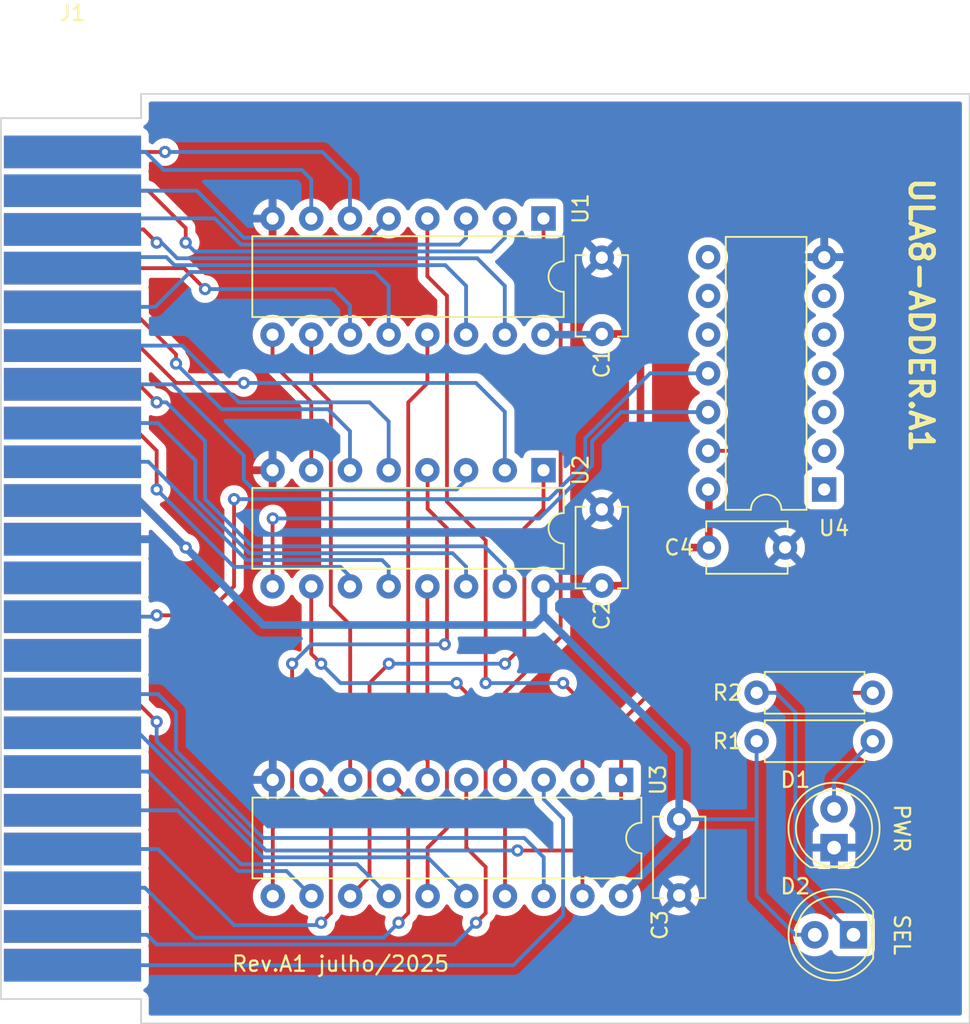
<source format=kicad_pcb>
(kicad_pcb (version 20211014) (generator pcbnew)
  (layers (0 "F.Cu" signal) (31 "B.Cu" signal) (34 "B.Paste" user) (35 "F.Paste" user) (36 "B.SilkS" user "B.Silkscreen") (37 "F.SilkS" user "F.Silkscreen") (38 "B.Mask" user) (39 "F.Mask" user) (44 "Edge.Cuts" user))
  (net 0 "")
  (net 1 "GND")
  (net 2 "+5V")
  (net 3 "lower_bus0")
  (net 4 "lower_bus1")
  (net 5 "lower_bus2")
  (net 6 "lower_bus3")
  (net 7 "lower_bus4")
  (net 8 "lower_bus5")
  (net 9 "lower_bus6")
  (net 10 "lower_bus7")
  (net 11 "upper_bus0")
  (net 12 "upper_bus1")
  (net 13 "upper_bus2")
  (net 14 "upper_bus3")
  (net 15 "upper_bus4")
  (net 16 "upper_bus5")
  (net 17 "upper_bus6")
  (net 18 "upper_bus7")
  (net 22 "carry_in")
  (net 23 "carry_out")
  (net 25 "ula_bus0")
  (net 26 "ula_bus1")
  (net 27 "ula_bus2")
  (net 28 "ula_bus3")
  (net 29 "ula_bus4")
  (net 30 "ula_bus5")
  (net 31 "ula_bus6")
  (net 32 "ula_bus7")
  (net 33 "Net-(U1-Pad1)")
  (net 34 "Net-(U1-Pad4)")
  (net 35 "Net-(U1-Pad9)")
  (net 36 "Net-(U1-Pad10)")
  (net 37 "Net-(U1-Pad13)")
  (net 38 "Net-(U2-Pad1)")
  (net 39 "Net-(U2-Pad4)")
  (net 40 "Net-(U2-Pad10)")
  (net 41 "Net-(U2-Pad13)")
  (net 42 "Net-(D1-Pad2)")
  (net 43 "Net-(D2-Pad1)")
  (net 53 "n_select")
  (net 54 "Net-(U2-Pad9)")
  (footprint "Resistor_THT:R_Axial_DIN0207_L6.3mm_D2.5mm_P7.62mm_Horizontal" (layer "F.Cu") (at 74.93 65.405)
    (fp_text reference "R2" (at -1.905 0) (layer "F.SilkS"))
    (fp_text value "1K")
    (fp_line (start 0.54 1.04) (end 0.54 1.37) (layer "F.SilkS") (width 0.12))
    (fp_line (start 7.08 1.37) (end 7.08 1.04) (layer "F.SilkS") (width 0.12))
    (fp_line (start 0.54 -1.37) (end 7.08 -1.37) (layer "F.SilkS") (width 0.12))
    (fp_line (start 0.54 1.37) (end 7.08 1.37) (layer "F.SilkS") (width 0.12))
    (fp_line (start 0.54 -1.04) (end 0.54 -1.37) (layer "F.SilkS") (width 0.12))
    (fp_line (start 7.08 -1.37) (end 7.08 -1.04) (layer "F.SilkS") (width 0.12))
    (pad "1" thru_hole circle (at 0 0) (size 1.6 1.6) (drill 0.8) (layers *.Cu *.Mask) (net 43 "Net-(D2-Pad1)"))
    (pad "2" thru_hole oval (at 7.62 0) (size 1.6 1.6) (drill 0.8) (layers *.Cu *.Mask) (net 53 "n_select"))
  )
  (footprint "Package_DIP:DIP-16_W7.62mm" (layer "F.Cu") (at 60.945 34.3 -90)
    (fp_text reference "U1" (at -0.645 -2.437 90) (layer "F.SilkS"))
    (fp_text value "74LS283")
    (fp_line (start 6.46 19.11) (end 6.46 -1.33) (layer "F.SilkS") (width 0.12))
    (fp_line (start 1.16 -1.33) (end 1.16 19.11) (layer "F.SilkS") (width 0.12))
    (fp_line (start 1.16 19.11) (end 6.46 19.11) (layer "F.SilkS") (width 0.12))
    (fp_line (start 6.46 -1.33) (end 4.81 -1.33) (layer "F.SilkS") (width 0.12))
    (fp_line (start 2.81 -1.33) (end 1.16 -1.33) (layer "F.SilkS") (width 0.12))
    (fp_arc (start 4.81 -1.33) (mid 3.81 -0.33) (end 2.81 -1.33) (layer "F.SilkS") (width 0.12))
    (pad "1" thru_hole rect (at 0 0 270) (size 1.6 1.6) (drill 0.8) (layers *.Cu *.Mask) (net 33 "Net-(U1-Pad1)"))
    (pad "2" thru_hole oval (at 0 2.54 270) (size 1.6 1.6) (drill 0.8) (layers *.Cu *.Mask) (net 4 "lower_bus1"))
    (pad "3" thru_hole oval (at 0 5.08 270) (size 1.6 1.6) (drill 0.8) (layers *.Cu *.Mask) (net 12 "upper_bus1"))
    (pad "4" thru_hole oval (at 0 7.62 270) (size 1.6 1.6) (drill 0.8) (layers *.Cu *.Mask) (net 34 "Net-(U1-Pad4)"))
    (pad "5" thru_hole oval (at 0 10.16 270) (size 1.6 1.6) (drill 0.8) (layers *.Cu *.Mask) (net 11 "upper_bus0"))
    (pad "6" thru_hole oval (at 0 12.7 270) (size 1.6 1.6) (drill 0.8) (layers *.Cu *.Mask) (net 3 "lower_bus0"))
    (pad "7" thru_hole oval (at 0 15.24 270) (size 1.6 1.6) (drill 0.8) (layers *.Cu *.Mask) (net 22 "carry_in"))
    (pad "8" thru_hole oval (at 0 17.78 270) (size 1.6 1.6) (drill 0.8) (layers *.Cu *.Mask) (net 1 "GND"))
    (pad "9" thru_hole oval (at 7.62 17.78 270) (size 1.6 1.6) (drill 0.8) (layers *.Cu *.Mask) (net 35 "Net-(U1-Pad9)"))
    (pad "10" thru_hole oval (at 7.62 15.24 270) (size 1.6 1.6) (drill 0.8) (layers *.Cu *.Mask) (net 36 "Net-(U1-Pad10)"))
    (pad "11" thru_hole oval (at 7.62 12.7 270) (size 1.6 1.6) (drill 0.8) (layers *.Cu *.Mask) (net 6 "lower_bus3"))
    (pad "12" thru_hole oval (at 7.62 10.16 270) (size 1.6 1.6) (drill 0.8) (layers *.Cu *.Mask) (net 14 "upper_bus3"))
    (pad "13" thru_hole oval (at 7.62 7.62 270) (size 1.6 1.6) (drill 0.8) (layers *.Cu *.Mask) (net 37 "Net-(U1-Pad13)"))
    (pad "14" thru_hole oval (at 7.62 5.08 270) (size 1.6 1.6) (drill 0.8) (layers *.Cu *.Mask) (net 13 "upper_bus2"))
    (pad "15" thru_hole oval (at 7.62 2.54 270) (size 1.6 1.6) (drill 0.8) (layers *.Cu *.Mask) (net 5 "lower_bus2"))
    (pad "16" thru_hole oval (at 7.62 0 270) (size 1.6 1.6) (drill 0.8) (layers *.Cu *.Mask) (net 2 "+5V"))
  )
  (footprint "LED_THT:LED_D5.0mm" (layer "F.Cu") (at 80.01 75.565 90)
    (fp_text reference "D1" (at 4.445 -2.54 180) (layer "F.SilkS"))
    (fp_text value "LED")
    (fp_line (start -1.29 -1.545) (end -1.29 1.545) (layer "F.SilkS") (width 0.12))
    (fp_arc (start 4.26 -0.000462) (mid 2.072002 2.880433) (end -1.29 1.54483) (layer "F.SilkS") (width 0.12))
    (fp_arc (start -1.29 -1.54483) (mid 2.072002 -2.880433) (end 4.26 0.000462) (layer "F.SilkS") (width 0.12))
    (fp_circle (center 1.27 0) (end 3.77 0) (layer "F.SilkS") (width 0.12) (fill none))
    (pad "1" thru_hole rect (at 0 0 90) (size 1.8 1.8) (drill 0.9) (layers *.Cu *.Mask) (net 1 "GND"))
    (pad "2" thru_hole circle (at 2.54 0 90) (size 1.8 1.8) (drill 0.9) (layers *.Cu *.Mask) (net 42 "Net-(D1-Pad2)"))
  )
  (footprint "Capacitor_THT:C_Disc_D5.1mm_W3.2mm_P5.00mm" (layer "F.Cu") (at 69.85 78.7 90)
    (fp_text reference "C3" (at -1.945 -1.27 90) (layer "F.SilkS"))
    (fp_text value "100nF")
    (fp_line (start -0.17 -1.721) (end 5.17 -1.721) (layer "F.SilkS") (width 0.12))
    (fp_line (start 5.17 1.055) (end 5.17 1.721) (layer "F.SilkS") (width 0.12))
    (fp_line (start -0.17 -1.721) (end -0.17 -1.055) (layer "F.SilkS") (width 0.12))
    (fp_line (start -0.17 1.721) (end 5.17 1.721) (layer "F.SilkS") (width 0.12))
    (fp_line (start 5.17 -1.721) (end 5.17 -1.055) (layer "F.SilkS") (width 0.12))
    (fp_line (start -0.17 1.055) (end -0.17 1.721) (layer "F.SilkS") (width 0.12))
    (pad "1" thru_hole circle (at 0 0 90) (size 1.6 1.6) (drill 0.8) (layers *.Cu *.Mask) (net 1 "GND"))
    (pad "2" thru_hole circle (at 5 0 90) (size 1.6 1.6) (drill 0.8) (layers *.Cu *.Mask) (net 2 "+5V"))
  )
  (footprint "Resistor_THT:R_Axial_DIN0207_L6.3mm_D2.5mm_P7.62mm_Horizontal" (layer "F.Cu") (at 74.93 68.58)
    (fp_text reference "R1" (at -1.905 0) (layer "F.SilkS"))
    (fp_text value "1K")
    (fp_line (start 0.54 -1.04) (end 0.54 -1.37) (layer "F.SilkS") (width 0.12))
    (fp_line (start 7.08 -1.37) (end 7.08 -1.04) (layer "F.SilkS") (width 0.12))
    (fp_line (start 0.54 -1.37) (end 7.08 -1.37) (layer "F.SilkS") (width 0.12))
    (fp_line (start 7.08 1.37) (end 7.08 1.04) (layer "F.SilkS") (width 0.12))
    (fp_line (start 0.54 1.04) (end 0.54 1.37) (layer "F.SilkS") (width 0.12))
    (fp_line (start 0.54 1.37) (end 7.08 1.37) (layer "F.SilkS") (width 0.12))
    (pad "1" thru_hole circle (at 0 0) (size 1.6 1.6) (drill 0.8) (layers *.Cu *.Mask) (net 2 "+5V"))
    (pad "2" thru_hole oval (at 7.62 0) (size 1.6 1.6) (drill 0.8) (layers *.Cu *.Mask) (net 42 "Net-(D1-Pad2)"))
  )
  (footprint "Package_DIP:DIP-16_W7.62mm" (layer "F.Cu") (at 60.945 50.81 -90)
    (fp_text reference "U2" (at -0.01 -2.437 90) (layer "F.SilkS"))
    (fp_text value "74LS283")
    (fp_line (start 1.16 -1.33) (end 1.16 19.11) (layer "F.SilkS") (width 0.12))
    (fp_line (start 1.16 19.11) (end 6.46 19.11) (layer "F.SilkS") (width 0.12))
    (fp_line (start 6.46 19.11) (end 6.46 -1.33) (layer "F.SilkS") (width 0.12))
    (fp_line (start 2.81 -1.33) (end 1.16 -1.33) (layer "F.SilkS") (width 0.12))
    (fp_line (start 6.46 -1.33) (end 4.81 -1.33) (layer "F.SilkS") (width 0.12))
    (fp_arc (start 4.81 -1.33) (mid 3.81 -0.33) (end 2.81 -1.33) (layer "F.SilkS") (width 0.12))
    (pad "1" thru_hole rect (at 0 0 270) (size 1.6 1.6) (drill 0.8) (layers *.Cu *.Mask) (net 38 "Net-(U2-Pad1)"))
    (pad "2" thru_hole oval (at 0 2.54 270) (size 1.6 1.6) (drill 0.8) (layers *.Cu *.Mask) (net 8 "lower_bus5"))
    (pad "3" thru_hole oval (at 0 5.08 270) (size 1.6 1.6) (drill 0.8) (layers *.Cu *.Mask) (net 16 "upper_bus5"))
    (pad "4" thru_hole oval (at 0 7.62 270) (size 1.6 1.6) (drill 0.8) (layers *.Cu *.Mask) (net 39 "Net-(U2-Pad4)"))
    (pad "5" thru_hole oval (at 0 10.16 270) (size 1.6 1.6) (drill 0.8) (layers *.Cu *.Mask) (net 15 "upper_bus4"))
    (pad "6" thru_hole oval (at 0 12.7 270) (size 1.6 1.6) (drill 0.8) (layers *.Cu *.Mask) (net 7 "lower_bus4"))
    (pad "7" thru_hole oval (at 0 15.24 270) (size 1.6 1.6) (drill 0.8) (layers *.Cu *.Mask) (net 35 "Net-(U1-Pad9)"))
    (pad "8" thru_hole oval (at 0 17.78 270) (size 1.6 1.6) (drill 0.8) (layers *.Cu *.Mask) (net 1 "GND"))
    (pad "9" thru_hole oval (at 7.62 17.78 270) (size 1.6 1.6) (drill 0.8) (layers *.Cu *.Mask) (net 54 "Net-(U2-Pad9)"))
    (pad "10" thru_hole oval (at 7.62 15.24 270) (size 1.6 1.6) (drill 0.8) (layers *.Cu *.Mask) (net 40 "Net-(U2-Pad10)"))
    (pad "11" thru_hole oval (at 7.62 12.7 270) (size 1.6 1.6) (drill 0.8) (layers *.Cu *.Mask) (net 10 "lower_bus7"))
    (pad "12" thru_hole oval (at 7.62 10.16 270) (size 1.6 1.6) (drill 0.8) (layers *.Cu *.Mask) (net 18 "upper_bus7"))
    (pad "13" thru_hole oval (at 7.62 7.62 270) (size 1.6 1.6) (drill 0.8) (layers *.Cu *.Mask) (net 41 "Net-(U2-Pad13)"))
    (pad "14" thru_hole oval (at 7.62 5.08 270) (size 1.6 1.6) (drill 0.8) (layers *.Cu *.Mask) (net 17 "upper_bus6"))
    (pad "15" thru_hole oval (at 7.62 2.54 270) (size 1.6 1.6) (drill 0.8) (layers *.Cu *.Mask) (net 9 "lower_bus6"))
    (pad "16" thru_hole oval (at 7.62 0 270) (size 1.6 1.6) (drill 0.8) (layers *.Cu *.Mask) (net 2 "+5V"))
  )
  (footprint "Package_DIP:DIP-14_W7.62mm" (layer "F.Cu") (at 79.365 52.075 180)
    (fp_text reference "U4" (at -0.645 -2.535) (layer "F.SilkS"))
    (fp_text value "74LS125")
    (fp_line (start 1.16 -1.33) (end 1.16 16.57) (layer "F.SilkS") (width 0.12))
    (fp_line (start 2.81 -1.33) (end 1.16 -1.33) (layer "F.SilkS") (width 0.12))
    (fp_line (start 6.46 16.57) (end 6.46 -1.33) (layer "F.SilkS") (width 0.12))
    (fp_line (start 6.46 -1.33) (end 4.81 -1.33) (layer "F.SilkS") (width 0.12))
    (fp_line (start 1.16 16.57) (end 6.46 16.57) (layer "F.SilkS") (width 0.12))
    (fp_arc (start 4.81 -1.33) (mid 3.81 -0.33) (end 2.81 -1.33) (layer "F.SilkS") (width 0.12))
    (pad "1" thru_hole rect (at 0 0 180) (size 1.6 1.6) (drill 0.8) (layers *.Cu *.Mask))
    (pad "2" thru_hole oval (at 0 2.54 180) (size 1.6 1.6) (drill 0.8) (layers *.Cu *.Mask))
    (pad "3" thru_hole oval (at 0 5.08 180) (size 1.6 1.6) (drill 0.8) (layers *.Cu *.Mask))
    (pad "4" thru_hole oval (at 0 7.62 180) (size 1.6 1.6) (drill 0.8) (layers *.Cu *.Mask))
    (pad "5" thru_hole oval (at 0 10.16 180) (size 1.6 1.6) (drill 0.8) (layers *.Cu *.Mask))
    (pad "6" thru_hole oval (at 0 12.7 180) (size 1.6 1.6) (drill 0.8) (layers *.Cu *.Mask))
    (pad "7" thru_hole oval (at 0 15.24 180) (size 1.6 1.6) (drill 0.8) (layers *.Cu *.Mask) (net 1 "GND"))
    (pad "8" thru_hole oval (at 7.62 15.24 180) (size 1.6 1.6) (drill 0.8) (layers *.Cu *.Mask))
    (pad "9" thru_hole oval (at 7.62 12.7 180) (size 1.6 1.6) (drill 0.8) (layers *.Cu *.Mask))
    (pad "10" thru_hole oval (at 7.62 10.16 180) (size 1.6 1.6) (drill 0.8) (layers *.Cu *.Mask))
    (pad "11" thru_hole oval (at 7.62 7.62 180) (size 1.6 1.6) (drill 0.8) (layers *.Cu *.Mask) (net 23 "carry_out"))
    (pad "12" thru_hole oval (at 7.62 5.08 180) (size 1.6 1.6) (drill 0.8) (layers *.Cu *.Mask) (net 54 "Net-(U2-Pad9)"))
    (pad "13" thru_hole oval (at 7.62 2.54 180) (size 1.6 1.6) (drill 0.8) (layers *.Cu *.Mask) (net 53 "n_select"))
    (pad "14" thru_hole oval (at 7.62 0 180) (size 1.6 1.6) (drill 0.8) (layers *.Cu *.Mask) (net 2 "+5V"))
  )
  (footprint "Capacitor_THT:C_Disc_D5.1mm_W3.2mm_P5.00mm" (layer "F.Cu") (at 64.77 36.87 -90)
    (fp_text reference "C1" (at 6.945 0 90) (layer "F.SilkS"))
    (fp_text value "100nF")
    (fp_line (start -0.17 1.055) (end -0.17 1.721) (layer "F.SilkS") (width 0.12))
    (fp_line (start -0.17 -1.721) (end -0.17 -1.055) (layer "F.SilkS") (width 0.12))
    (fp_line (start -0.17 -1.721) (end 5.17 -1.721) (layer "F.SilkS") (width 0.12))
    (fp_line (start 5.17 1.055) (end 5.17 1.721) (layer "F.SilkS") (width 0.12))
    (fp_line (start 5.17 -1.721) (end 5.17 -1.055) (layer "F.SilkS") (width 0.12))
    (fp_line (start -0.17 1.721) (end 5.17 1.721) (layer "F.SilkS") (width 0.12))
    (pad "1" thru_hole circle (at 0 0 270) (size 1.6 1.6) (drill 0.8) (layers *.Cu *.Mask) (net 1 "GND"))
    (pad "2" thru_hole circle (at 5 0 270) (size 1.6 1.6) (drill 0.8) (layers *.Cu *.Mask) (net 2 "+5V"))
  )
  (footprint "LED_THT:LED_D5.0mm" (layer "F.Cu") (at 81.285 81.28 180)
    (fp_text reference "D2" (at 3.815 3.175) (layer "F.SilkS"))
    (fp_text value "LED")
    (fp_line (start -1.29 -1.545) (end -1.29 1.545) (layer "F.SilkS") (width 0.12))
    (fp_arc (start 4.26 -0.000462) (mid 2.072002 2.880433) (end -1.29 1.54483) (layer "F.SilkS") (width 0.12))
    (fp_arc (start -1.29 -1.54483) (mid 2.072002 -2.880433) (end 4.26 0.000462) (layer "F.SilkS") (width 0.12))
    (fp_circle (center 1.27 0) (end 3.77 0) (layer "F.SilkS") (width 0.12) (fill none))
    (pad "1" thru_hole rect (at 0 0 180) (size 1.8 1.8) (drill 0.9) (layers *.Cu *.Mask) (net 43 "Net-(D2-Pad1)"))
    (pad "2" thru_hole circle (at 2.54 0 180) (size 1.8 1.8) (drill 0.9) (layers *.Cu *.Mask) (net 2 "+5V"))
  )
  (footprint "edge_connector:edge-connector-44" (layer "F.Cu") (at 30.039 29.935)
    (fp_text reference "J1" (at 0 -9.12 unlocked) (layer "F.SilkS"))
    (fp_text value "ula8a")
    (fp_line (start -4.699 -2.22) (end 4.5 -2.22) (layer "Edge.Cuts") (width 0.12))
    (fp_line (start -4.699 -2.22) (end -4.699 55.56) (layer "Edge.Cuts") (width 0.12))
    (fp_line (start 4.5 -2.22) (end 4.5 -3.81) (layer "Edge.Cuts") (width 0.12))
    (fp_line (start -4.699 55.56) (end 4.5 55.56) (layer "Edge.Cuts") (width 0.12))
    (fp_line (start 4.5 55.56) (end 4.5 57.15) (layer "Edge.Cuts") (width 0.12))
    (pad "1" connect rect (at 0 0) (size 9 2.14) (layers "F.Cu" "F.Mask") (net 3 "lower_bus0"))
    (pad "2" connect rect (at 0 2.54) (size 9 2.14) (layers "F.Cu" "F.Mask") (net 4 "lower_bus1"))
    (pad "3" connect rect (at 0 5.08) (size 9 2.14) (layers "F.Cu" "F.Mask") (net 5 "lower_bus2"))
    (pad "4" connect rect (at 0 7.62) (size 9 2.14) (layers "F.Cu" "F.Mask") (net 6 "lower_bus3"))
    (pad "5" connect rect (at 0 10.16) (size 9 2.14) (layers "F.Cu" "F.Mask") (net 7 "lower_bus4"))
    (pad "6" connect rect (at 0 12.7) (size 9 2.14) (layers "F.Cu" "F.Mask") (net 8 "lower_bus5"))
    (pad "7" connect rect (at 0 15.24) (size 9 2.14) (layers "F.Cu" "F.Mask") (net 9 "lower_bus6"))
    (pad "8" connect rect (at 0 17.78) (size 9 2.14) (layers "F.Cu" "F.Mask") (net 10 "lower_bus7"))
    (pad "9" connect rect (at 0 20.32) (size 9 2.14) (layers "F.Cu" "F.Mask"))
    (pad "10" connect rect (at 0 22.86) (size 9 2.14) (layers "F.Cu" "F.Mask") (net 2 "+5V"))
    (pad "11" connect rect (at 0 25.4) (size 9 2.14) (layers "F.Cu" "F.Mask") (net 1 "GND"))
    (pad "12" connect rect (at 0 27.94) (size 9 2.14) (layers "F.Cu" "F.Mask"))
    (pad "13" connect rect (at 0 30.48) (size 9 2.14) (layers "F.Cu" "F.Mask"))
    (pad "14" connect rect (at 0 33.02) (size 9 2.14) (layers "F.Cu" "F.Mask"))
    (pad "15" connect rect (at 0 35.56) (size 9 2.14) (layers "F.Cu" "F.Mask") (net 53 "n_select"))
    (pad "16" connect rect (at 0 38.1) (size 9 2.14) (layers "F.Cu" "F.Mask"))
    (pad "17" connect rect (at 0 40.64) (size 9 2.14) (layers "F.Cu" "F.Mask"))
    (pad "18" connect rect (at 0 43.18) (size 9 2.14) (layers "F.Cu" "F.Mask"))
    (pad "19" connect rect (at 0 45.72) (size 9 2.14) (layers "F.Cu" "F.Mask"))
    (pad "20" connect rect (at 0 48.26) (size 9 2.14) (layers "F.Cu" "F.Mask"))
    (pad "21" connect rect (at 0 50.8) (size 9 2.14) (layers "F.Cu" "F.Mask"))
    (pad "22" connect rect (at 0 53.34) (size 9 2.14) (layers "F.Cu" "F.Mask"))
    (pad "23" connect rect (at 0 0) (size 9 2.14) (layers "B.Cu" "F.Mask") (net 22 "carry_in"))
    (pad "24" connect rect (at 0 2.54) (size 9 2.14) (layers "B.Cu" "F.Mask") (net 11 "upper_bus0"))
    (pad "25" connect rect (at 0 5.08) (size 9 2.14) (layers "B.Cu" "F.Mask") (net 12 "upper_bus1"))
    (pad "26" connect rect (at 0 7.62) (size 9 2.14) (layers "B.Cu" "F.Mask") (net 13 "upper_bus2"))
    (pad "27" connect rect (at 0 10.16) (size 9 2.14) (layers "B.Cu" "F.Mask") (net 14 "upper_bus3"))
    (pad "28" connect rect (at 0 12.7) (size 9 2.14) (layers "B.Cu" "F.Mask") (net 15 "upper_bus4"))
    (pad "29" connect rect (at 0 15.24) (size 9 2.14) (layers "B.Cu" "F.Mask") (net 16 "upper_bus5"))
    (pad "30" connect rect (at 0 17.78) (size 9 2.14) (layers "B.Cu" "F.Mask") (net 17 "upper_bus6"))
    (pad "31" connect rect (at 0 20.32) (size 9 2.14) (layers "B.Cu" "F.Mask") (net 18 "upper_bus7"))
    (pad "32" connect rect (at 0 22.86) (size 9 2.14) (layers "B.Cu" "F.Mask") (net 2 "+5V"))
    (pad "33" connect rect (at 0 25.4) (size 9 2.14) (layers "B.Cu" "F.Mask") (net 1 "GND"))
    (pad "34" connect rect (at 0 27.94) (size 9 2.14) (layers "B.Cu" "F.Mask"))
    (pad "35" connect rect (at 0 30.48) (size 9 2.14) (layers "B.Cu" "F.Mask") (net 23 "carry_out"))
    (pad "36" connect rect (at 0 33.02) (size 9 2.14) (layers "B.Cu" "F.Mask"))
    (pad "37" connect rect (at 0 35.56) (size 9 2.14) (layers "B.Cu" "F.Mask") (net 25 "ula_bus0"))
    (pad "38" connect rect (at 0 38.1) (size 9 2.14) (layers "B.Cu" "F.Mask") (net 26 "ula_bus1"))
    (pad "39" connect rect (at 0 40.64) (size 9 2.14) (layers "B.Cu" "F.Mask") (net 27 "ula_bus2"))
    (pad "40" connect rect (at 0 43.18) (size 9 2.14) (layers "B.Cu" "F.Mask") (net 28 "ula_bus3"))
    (pad "41" connect rect (at 0 45.72) (size 9 2.14) (layers "B.Cu" "F.Mask") (net 29 "ula_bus4"))
    (pad "42" connect rect (at 0 48.26) (size 9 2.14) (layers "B.Cu" "F.Mask") (net 30 "ula_bus5"))
    (pad "43" connect rect (at 0 50.8) (size 9 2.14) (layers "B.Cu" "F.Mask") (net 31 "ula_bus6"))
    (pad "44" connect rect (at 0 53.34) (size 9 2.14) (layers "B.Cu" "F.Mask") (net 32 "ula_bus7"))
  )
  (footprint "Package_DIP:DIP-20_W7.62mm" (layer "F.Cu") (at 66.04 71.12 -90)
    (fp_text reference "U3" (at 0 -2.422 90) (layer "F.SilkS"))
    (fp_text value "74LS244")
    (fp_line (start 1.16 -1.33) (end 1.16 24.19) (layer "F.SilkS") (width 0.12))
    (fp_line (start 1.16 24.19) (end 6.46 24.19) (layer "F.SilkS") (width 0.12))
    (fp_line (start 6.46 -1.33) (end 4.81 -1.33) (layer "F.SilkS") (width 0.12))
    (fp_line (start 2.81 -1.33) (end 1.16 -1.33) (layer "F.SilkS") (width 0.12))
    (fp_line (start 6.46 24.19) (end 6.46 -1.33) (layer "F.SilkS") (width 0.12))
    (fp_arc (start 4.81 -1.33) (mid 3.81 -0.33) (end 2.81 -1.33) (layer "F.SilkS") (width 0.12))
    (pad "1" thru_hole rect (at 0 0 270) (size 1.6 1.6) (drill 0.8) (layers *.Cu *.Mask) (net 53 "n_select"))
    (pad "2" thru_hole oval (at 0 2.54 270) (size 1.6 1.6) (drill 0.8) (layers *.Cu *.Mask) (net 34 "Net-(U1-Pad4)"))
    (pad "3" thru_hole oval (at 0 5.08 270) (size 1.6 1.6) (drill 0.8) (layers *.Cu *.Mask) (net 32 "ula_bus7"))
    (pad "4" thru_hole oval (at 0 7.62 270) (size 1.6 1.6) (drill 0.8) (layers *.Cu *.Mask) (net 33 "Net-(U1-Pad1)"))
    (pad "5" thru_hole oval (at 0 10.16 270) (size 1.6 1.6) (drill 0.8) (layers *.Cu *.Mask) (net 31 "ula_bus6"))
    (pad "6" thru_hole oval (at 0 12.7 270) (size 1.6 1.6) (drill 0.8) (layers *.Cu *.Mask) (net 37 "Net-(U1-Pad13)"))
    (pad "7" thru_hole oval (at 0 15.24 270) (size 1.6 1.6) (drill 0.8) (layers *.Cu *.Mask) (net 30 "ula_bus5"))
    (pad "8" thru_hole oval (at 0 17.78 270) (size 1.6 1.6) (drill 0.8) (layers *.Cu *.Mask) (net 36 "Net-(U1-Pad10)"))
    (pad "9" thru_hole oval (at 0 20.32 270) (size 1.6 1.6) (drill 0.8) (layers *.Cu *.Mask) (net 29 "ula_bus4"))
    (pad "10" thru_hole oval (at 0 22.86 270) (size 1.6 1.6) (drill 0.8) (layers *.Cu *.Mask) (net 1 "GND"))
    (pad "11" thru_hole oval (at 7.62 22.86 270) (size 1.6 1.6) (drill 0.8) (layers *.Cu *.Mask) (net 39 "Net-(U2-Pad4)"))
    (pad "12" thru_hole oval (at 7.62 20.32 270) (size 1.6 1.6) (drill 0.8) (layers *.Cu *.Mask) (net 28 "ula_bus3"))
    (pad "13" thru_hole oval (at 7.62 17.78 270) (size 1.6 1.6) (drill 0.8) (layers *.Cu *.Mask) (net 38 "Net-(U2-Pad1)"))
    (pad "14" thru_hole oval (at 7.62 15.24 270) (size 1.6 1.6) (drill 0.8) (layers *.Cu *.Mask) (net 27 "ula_bus2"))
    (pad "15" thru_hole oval (at 7.62 12.7 270) (size 1.6 1.6) (drill 0.8) (layers *.Cu *.Mask) (net 41 "Net-(U2-Pad13)"))
    (pad "16" thru_hole oval (at 7.62 10.16 270) (size 1.6 1.6) (drill 0.8) (layers *.Cu *.Mask) (net 26 "ula_bus1"))
    (pad "17" thru_hole oval (at 7.62 7.62 270) (size 1.6 1.6) (drill 0.8) (layers *.Cu *.Mask) (net 40 "Net-(U2-Pad10)"))
    (pad "18" thru_hole oval (at 7.62 5.08 270) (size 1.6 1.6) (drill 0.8) (layers *.Cu *.Mask) (net 25 "ula_bus0"))
    (pad "19" thru_hole oval (at 7.62 2.54 270) (size 1.6 1.6) (drill 0.8) (layers *.Cu *.Mask) (net 53 "n_select"))
    (pad "20" thru_hole oval (at 7.62 0 270) (size 1.6 1.6) (drill 0.8) (layers *.Cu *.Mask) (net 2 "+5V"))
  )
  (footprint "Capacitor_THT:C_Disc_D5.1mm_W3.2mm_P5.00mm" (layer "F.Cu") (at 64.77 53.38 -90)
    (fp_text reference "C2" (at 6.945 0 90) (layer "F.SilkS"))
    (fp_text value "100nF")
    (fp_line (start -0.17 -1.721) (end -0.17 -1.055) (layer "F.SilkS") (width 0.12))
    (fp_line (start -0.17 1.055) (end -0.17 1.721) (layer "F.SilkS") (width 0.12))
    (fp_line (start 5.17 1.055) (end 5.17 1.721) (layer "F.SilkS") (width 0.12))
    (fp_line (start -0.17 -1.721) (end 5.17 -1.721) (layer "F.SilkS") (width 0.12))
    (fp_line (start -0.17 1.721) (end 5.17 1.721) (layer "F.SilkS") (width 0.12))
    (fp_line (start 5.17 -1.721) (end 5.17 -1.055) (layer "F.SilkS") (width 0.12))
    (pad "1" thru_hole circle (at 0 0 270) (size 1.6 1.6) (drill 0.8) (layers *.Cu *.Mask) (net 1 "GND"))
    (pad "2" thru_hole circle (at 5 0 270) (size 1.6 1.6) (drill 0.8) (layers *.Cu *.Mask) (net 2 "+5V"))
  )
  (footprint "Capacitor_THT:C_Disc_D5.1mm_W3.2mm_P5.00mm" (layer "F.Cu") (at 71.795 55.88)
    (fp_text reference "C4" (at -1.945 0) (layer "F.SilkS"))
    (fp_text value "100nF")
    (fp_line (start -0.17 -1.721) (end 5.17 -1.721) (layer "F.SilkS") (width 0.12))
    (fp_line (start -0.17 -1.721) (end -0.17 -1.055) (layer "F.SilkS") (width 0.12))
    (fp_line (start 5.17 1.055) (end 5.17 1.721) (layer "F.SilkS") (width 0.12))
    (fp_line (start 5.17 -1.721) (end 5.17 -1.055) (layer "F.SilkS") (width 0.12))
    (fp_line (start -0.17 1.721) (end 5.17 1.721) (layer "F.SilkS") (width 0.12))
    (fp_line (start -0.17 1.055) (end -0.17 1.721) (layer "F.SilkS") (width 0.12))
    (pad "1" thru_hole circle (at 0 0) (size 1.6 1.6) (drill 0.8) (layers *.Cu *.Mask) (net 2 "+5V"))
    (pad "2" thru_hole circle (at 5 0) (size 1.6 1.6) (drill 0.8) (layers *.Cu *.Mask) (net 1 "GND"))
  )
  (gr_line (start 88.9 87.085) (end 88.9 26.125) (layer "Edge.Cuts") (width 0.1))
  (gr_line (start 88.9 26.125) (end 34.539 26.125) (layer "Edge.Cuts") (width 0.1))
  (gr_line (start 34.539 87.085) (end 88.9 87.085) (layer "Edge.Cuts") (width 0.1))
  (gr_text "PWR" (at 84.455 74.295 270) (layer "F.SilkS") (effects (font (size 1 1))))
  (gr_text "ULA8-ADDER.A1" (at 85.725 40.64 270) (layer "F.SilkS") (effects (font (size 1.5 1.5) (thickness 0.3))))
  (gr_text "Rev.A1 julho/2025" (at 47.625 83.185) (layer "F.SilkS") (effects (font (size 1 1))))
  (gr_text "SEL" (at 84.455 81.28 270) (layer "F.SilkS") (effects (font (size 1 1))))
  (segment (start 66.08 58.38) (end 67.31 57.15) (width 0.5) (layer "F.Cu") (net 2))
  (segment (start 34.38 52.795) (end 30.039 52.795) (width 0.5) (layer "F.Cu") (net 2))
  (segment (start 71.795 55.88) (end 71.795 52.125) (width 0.5) (layer "F.Cu") (net 2))
  (segment (start 64.77 58.38) (end 66.08 58.38) (width 0.5) (layer "F.Cu") (net 2))
  (segment (start 67.31 43.17) (end 66.01 41.87) (width 0.5) (layer "F.Cu") (net 2))
  (segment (start 37.465 55.88) (end 34.38 52.795) (width 0.5) (layer "F.Cu") (net 2))
  (segment (start 67.31 52.07) (end 67.31 43.17) (width 0.5) (layer "F.Cu") (net 2))
  (segment (start 71.795 55.88) (end 67.31 55.88) (width 0.5) (layer "F.Cu") (net 2))
  (segment (start 67.31 57.15) (end 67.31 55.88) (width 0.5) (layer "F.Cu") (net 2))
  (segment (start 71.795 52.125) (end 71.745 52.075) (width 0.5) (layer "F.Cu") (net 2))
  (segment (start 67.31 55.88) (end 67.31 52.07) (width 0.5) (layer "F.Cu") (net 2))
  (segment (start 66.01 41.87) (end 64.77 41.87) (width 0.5) (layer "F.Cu") (net 2))
  (via (at 37.465 55.88) (size 0.8) (drill 0.4) (layers "F.Cu" "B.Cu") (net 2))
  (segment (start 60.945 58.43) (end 64.72 58.43) (width 0.5) (layer "B.Cu") (net 2))
  (segment (start 60.945 58.43) (end 60.945 60.31) (width 0.5) (layer "B.Cu") (net 2))
  (segment (start 78.745 81.28) (end 77.47 81.28) (width 0.25) (layer "B.Cu") (net 2))
  (segment (start 34.38 52.795) (end 30.039 52.795) (width 0.5) (layer "B.Cu") (net 2))
  (segment (start 60.945 41.92) (end 64.72 41.92) (width 0.5) (layer "B.Cu") (net 2))
  (segment (start 69.85 69.215) (end 69.85 73.7) (width 0.5) (layer "B.Cu") (net 2))
  (segment (start 66.04 78.74) (end 69.85 74.93) (width 0.5) (layer "B.Cu") (net 2))
  (segment (start 37.465 55.88) (end 34.38 52.795) (width 0.5) (layer "B.Cu") (net 2))
  (segment (start 69.85 73.7) (end 74.89 73.7) (width 0.25) (layer "B.Cu") (net 2))
  (segment (start 77.47 81.28) (end 74.93 78.74) (width 0.25) (layer "B.Cu") (net 2))
  (segment (start 64.72 41.92) (end 64.77 41.87) (width 0.5) (layer "B.Cu") (net 2))
  (segment (start 37.465 55.88) (end 42.545 60.96) (width 0.5) (layer "B.Cu") (net 2))
  (segment (start 42.545 60.96) (end 60.325 60.96) (width 0.5) (layer "B.Cu") (net 2))
  (segment (start 74.93 78.74) (end 74.93 68.58) (width 0.25) (layer "B.Cu") (net 2))
  (segment (start 60.945 60.31) (end 60.96 60.325) (width 0.5) (layer "B.Cu") (net 2))
  (segment (start 69.85 74.93) (end 69.85 73.7) (width 0.5) (layer "B.Cu") (net 2))
  (segment (start 60.325 60.96) (end 60.96 60.325) (width 0.5) (layer "B.Cu") (net 2))
  (segment (start 64.72 58.43) (end 64.77 58.38) (width 0.5) (layer "B.Cu") (net 2))
  (segment (start 69.85 69.215) (end 60.96 60.325) (width 0.5) (layer "B.Cu") (net 2))
  (segment (start 36.105 29.935) (end 30.039 29.935) (width 0.25) (layer "F.Cu") (net 3))
  (via (at 36.105 29.935) (size 0.8) (drill 0.4) (layers "F.Cu" "B.Cu") (net 3))
  (segment (start 48.245 34.3) (end 48.245 31.735) (width 0.25) (layer "B.Cu") (net 3))
  (segment (start 46.445 29.935) (end 36.105 29.935) (width 0.25) (layer "B.Cu") (net 3))
  (segment (start 48.245 31.735) (end 46.445 29.935) (width 0.25) (layer "B.Cu") (net 3))
  (segment (start 37.465 35.8775) (end 37.465 34.925) (width 0.25) (layer "F.Cu") (net 4))
  (segment (start 37.465 34.925) (end 35.015 32.475) (width 0.25) (layer "F.Cu") (net 4))
  (segment (start 35.015 32.475) (end 30.039 32.475) (width 0.25) (layer "F.Cu") (net 4))
  (via (at 37.465 35.8775) (size 0.8) (drill 0.4) (layers "F.Cu" "B.Cu") (net 4))
  (segment (start 37.465 35.8775) (end 38.04654 36.45904) (width 0.25) (layer "B.Cu") (net 4))
  (segment (start 58.405 35.575) (end 58.405 34.3) (width 0.25) (layer "B.Cu") (net 4))
  (segment (start 38.04654 36.45904) (end 57.52096 36.45904) (width 0.25) (layer "B.Cu") (net 4))
  (segment (start 57.52096 36.45904) (end 58.405 35.575) (width 0.25) (layer "B.Cu") (net 4))
  (segment (start 35.56 35.8775) (end 34.6975 35.015) (width 0.25) (layer "F.Cu") (net 5))
  (segment (start 34.6975 35.015) (end 30.039 35.015) (width 0.25) (layer "F.Cu") (net 5))
  (via (at 35.56 35.8775) (size 0.8) (drill 0.4) (layers "F.Cu" "B.Cu") (net 5))
  (segment (start 35.56 35.8775) (end 35.8775 35.8775) (width 0.25) (layer "B.Cu") (net 5))
  (segment (start 58.405 38.72) (end 58.405 41.92) (width 0.25) (layer "B.Cu") (net 5))
  (segment (start 36.90856 36.90856) (end 56.59356 36.90856) (width 0.25) (layer "B.Cu") (net 5))
  (segment (start 56.59356 36.90856) (end 58.405 38.72) (width 0.25) (layer "B.Cu") (net 5))
  (segment (start 35.8775 35.8775) (end 36.90856 36.90856) (width 0.25) (layer "B.Cu") (net 5))
  (segment (start 37.360201 37.555) (end 30.039 37.555) (width 0.25) (layer "F.Cu") (net 6))
  (segment (start 38.735 38.929799) (end 37.360201 37.555) (width 0.25) (layer "F.Cu") (net 6))
  (via (at 38.735 38.929799) (size 0.8) (drill 0.4) (layers "F.Cu" "B.Cu") (net 6))
  (segment (start 47.184799 38.929799) (end 48.245 39.99) (width 0.25) (layer "B.Cu") (net 6))
  (segment (start 38.735 38.929799) (end 47.184799 38.929799) (width 0.25) (layer "B.Cu") (net 6))
  (segment (start 48.245 39.99) (end 48.245 41.92) (width 0.25) (layer "B.Cu") (net 6))
  (segment (start 33.718022 40.095) (end 30.039 40.095) (width 0.25) (layer "F.Cu") (net 7))
  (segment (start 36.83 43.206978) (end 33.718022 40.095) (width 0.25) (layer "F.Cu") (net 7))
  (segment (start 36.83 43.815) (end 36.83 43.206978) (width 0.25) (layer "F.Cu") (net 7))
  (via (at 36.83 43.815) (size 0.8) (drill 0.4) (layers "F.Cu" "B.Cu") (net 7))
  (segment (start 46.80452 46.80452) (end 48.245 48.245) (width 0.25) (layer "B.Cu") (net 7))
  (segment (start 39.81952 46.80452) (end 46.80452 46.80452) (width 0.25) (layer "B.Cu") (net 7))
  (segment (start 36.83 43.815) (end 39.81952 46.80452) (width 0.25) (layer "B.Cu") (net 7))
  (segment (start 48.245 48.245) (end 48.245 50.81) (width 0.25) (layer "B.Cu") (net 7))
  (segment (start 41.275 45.085) (end 36.83 45.085) (width 0.25) (layer "F.Cu") (net 8))
  (segment (start 36.83 45.085) (end 34.38 42.635) (width 0.25) (layer "F.Cu") (net 8))
  (segment (start 34.38 42.635) (end 30.039 42.635) (width 0.25) (layer "F.Cu") (net 8))
  (via (at 41.275 45.085) (size 0.8) (drill 0.4) (layers "F.Cu" "B.Cu") (net 8))
  (segment (start 41.275 45.085) (end 56.515 45.085) (width 0.25) (layer "B.Cu") (net 8))
  (segment (start 56.515 45.085) (end 58.405 46.975) (width 0.25) (layer "B.Cu") (net 8))
  (segment (start 58.405 46.975) (end 58.405 50.81) (width 0.25) (layer "B.Cu") (net 8))
  (segment (start 34.38 45.175) (end 30.039 45.175) (width 0.25) (layer "F.Cu") (net 9))
  (segment (start 35.56 46.355) (end 34.38 45.175) (width 0.25) (layer "F.Cu") (net 9))
  (via (at 35.56 46.355) (size 0.8) (drill 0.4) (layers "F.Cu" "B.Cu") (net 9))
  (segment (start 36.195 46.355) (end 38.735 48.895) (width 0.25) (layer "B.Cu") (net 9))
  (segment (start 35.56 46.355) (end 36.195 46.355) (width 0.25) (layer "B.Cu") (net 9))
  (segment (start 38.735 52.703564) (end 41.832876 55.80144) (width 0.25) (layer "B.Cu") (net 9))
  (segment (start 41.832876 55.80144) (end 57.07144 55.80144) (width 0.25) (layer "B.Cu") (net 9))
  (segment (start 58.405 57.135) (end 58.405 58.43) (width 0.25) (layer "B.Cu") (net 9))
  (segment (start 38.735 48.895) (end 38.735 52.703564) (width 0.25) (layer "B.Cu") (net 9))
  (segment (start 57.07144 55.80144) (end 58.405 57.135) (width 0.25) (layer "B.Cu") (net 9))
  (segment (start 33.745 47.715) (end 30.039 47.715) (width 0.25) (layer "F.Cu") (net 10))
  (segment (start 35.56 49.53) (end 33.745 47.715) (width 0.25) (layer "F.Cu") (net 10))
  (segment (start 35.56 52.07) (end 35.56 49.53) (width 0.25) (layer "F.Cu") (net 10))
  (via (at 35.56 52.07) (size 0.8) (drill 0.4) (layers "F.Cu" "B.Cu") (net 10))
  (segment (start 40.64 57.15) (end 47.625 57.15) (width 0.25) (layer "B.Cu") (net 10))
  (segment (start 48.245 57.77) (end 48.245 58.43) (width 0.25) (layer "B.Cu") (net 10))
  (segment (start 47.625 57.15) (end 48.245 57.77) (width 0.25) (layer "B.Cu") (net 10))
  (segment (start 35.56 52.07) (end 40.64 57.15) (width 0.25) (layer "B.Cu") (net 10))
  (segment (start 49.525 35.56) (end 50.785 34.3) (width 0.25) (layer "B.Cu") (net 11))
  (segment (start 41.275 35.56) (end 49.525 35.56) (width 0.25) (layer "B.Cu") (net 11))
  (segment (start 38.19 32.475) (end 41.275 35.56) (width 0.25) (layer "B.Cu") (net 11))
  (segment (start 30.039 32.475) (end 38.19 32.475) (width 0.25) (layer "B.Cu") (net 11))
  (segment (start 30.764 34.29) (end 39.369283 34.29) (width 0.25) (layer "B.Cu") (net 12))
  (segment (start 30.039 35.015) (end 30.764 34.29) (width 0.25) (layer "B.Cu") (net 12))
  (segment (start 55.865 35.575) (end 55.865 34.3) (width 0.25) (layer "B.Cu") (net 12))
  (segment (start 39.369283 34.29) (end 41.088803 36.00952) (width 0.25) (layer "B.Cu") (net 12))
  (segment (start 55.43048 36.00952) (end 55.865 35.575) (width 0.25) (layer "B.Cu") (net 12))
  (segment (start 41.088803 36.00952) (end 55.43048 36.00952) (width 0.25) (layer "B.Cu") (net 12))
  (segment (start 36.722362 37.35808) (end 54.50308 37.35808) (width 0.25) (layer "B.Cu") (net 13))
  (segment (start 54.50308 37.35808) (end 55.865 38.72) (width 0.25) (layer "B.Cu") (net 13))
  (segment (start 30.039 37.555) (end 30.764 36.83) (width 0.25) (layer "B.Cu") (net 13))
  (segment (start 55.865 38.72) (end 55.865 41.92) (width 0.25) (layer "B.Cu") (net 13))
  (segment (start 30.764 36.83) (end 36.194282 36.83) (width 0.25) (layer "B.Cu") (net 13))
  (segment (start 36.194282 36.83) (end 36.722362 37.35808) (width 0.25) (layer "B.Cu") (net 13))
  (segment (start 37.7574 37.8076) (end 49.8726 37.8076) (width 0.25) (layer "B.Cu") (net 14))
  (segment (start 50.785 38.72) (end 50.785 41.92) (width 0.25) (layer "B.Cu") (net 14))
  (segment (start 35.47 40.095) (end 37.7574 37.8076) (width 0.25) (layer "B.Cu") (net 14))
  (segment (start 49.8726 37.8076) (end 50.785 38.72) (width 0.25) (layer "B.Cu") (net 14))
  (segment (start 30.039 40.095) (end 35.47 40.095) (width 0.25) (layer "B.Cu") (net 14))
  (segment (start 49.53 46.355) (end 50.785 47.61) (width 0.25) (layer "B.Cu") (net 15))
  (segment (start 50.785 47.61) (end 50.785 50.81) (width 0.25) (layer "B.Cu") (net 15))
  (segment (start 30.039 42.635) (end 37.2375 42.635) (width 0.25) (layer "B.Cu") (net 15))
  (segment (start 40.9575 46.355) (end 49.53 46.355) (width 0.25) (layer "B.Cu") (net 15))
  (segment (start 37.2375 42.635) (end 40.9575 46.355) (width 0.25) (layer "B.Cu") (net 15))
  (segment (start 55.245 52.07) (end 55.865 51.45) (width 0.25) (layer "B.Cu") (net 16))
  (segment (start 41.275 51.435) (end 41.91 52.07) (width 0.25) (layer "B.Cu") (net 16))
  (segment (start 30.039 45.175) (end 36.6025 45.175) (width 0.25) (layer "B.Cu") (net 16))
  (segment (start 36.6025 45.175) (end 41.275 49.8475) (width 0.25) (layer "B.Cu") (net 16))
  (segment (start 41.91 52.07) (end 55.245 52.07) (width 0.25) (layer "B.Cu") (net 16))
  (segment (start 41.275 49.8475) (end 41.275 51.435) (width 0.25) (layer "B.Cu") (net 16))
  (segment (start 55.865 51.45) (end 55.865 50.81) (width 0.25) (layer "B.Cu") (net 16))
  (segment (start 30.039 47.715) (end 35.65 47.715) (width 0.25) (layer "B.Cu") (net 17))
  (segment (start 38.1 50.165) (end 38.1 52.704282) (width 0.25) (layer "B.Cu") (net 17))
  (segment (start 55.865 57.135) (end 55.865 58.43) (width 0.25) (layer "B.Cu") (net 17))
  (segment (start 35.65 47.715) (end 38.1 50.165) (width 0.25) (layer "B.Cu") (net 17))
  (segment (start 54.98096 56.25096) (end 55.865 57.135) (width 0.25) (layer "B.Cu") (net 17))
  (segment (start 38.1 52.704282) (end 41.646678 56.25096) (width 0.25) (layer "B.Cu") (net 17))
  (segment (start 41.646678 56.25096) (end 54.98096 56.25096) (width 0.25) (layer "B.Cu") (net 17))
  (segment (start 41.46048 56.70048) (end 50.35048 56.70048) (width 0.25) (layer "B.Cu") (net 18))
  (segment (start 50.35048 56.70048) (end 50.785 57.135) (width 0.25) (layer "B.Cu") (net 18))
  (segment (start 50.785 57.135) (end 50.785 58.43) (width 0.25) (layer "B.Cu") (net 18))
  (segment (start 35.015 50.255) (end 41.46048 56.70048) (width 0.25) (layer "B.Cu") (net 18))
  (segment (start 30.039 50.255) (end 35.015 50.255) (width 0.25) (layer "B.Cu") (net 18))
  (segment (start 36.195 31.115) (end 45.085 31.115) (width 0.25) (layer "B.Cu") (net 22))
  (segment (start 45.085 31.115) (end 45.705 31.735) (width 0.25) (layer "B.Cu") (net 22))
  (segment (start 34.835 29.935) (end 36.015 31.115) (width 0.25) (layer "B.Cu") (net 22))
  (segment (start 36.015 31.115) (end 36.195 31.115) (width 0.25) (layer "B.Cu") (net 22))
  (segment (start 45.705 31.735) (end 45.705 34.3) (width 0.25) (layer "B.Cu") (net 22))
  (segment (start 30.039 29.935) (end 34.835 29.935) (width 0.25) (layer "B.Cu") (net 22))
  (segment (start 35.56 60.325) (end 38.735 60.325) (width 0.25) (layer "F.Cu") (net 23))
  (segment (start 40.64 58.42) (end 40.64 52.705) (width 0.25) (layer "F.Cu") (net 23))
  (segment (start 38.735 60.325) (end 40.64 58.42) (width 0.25) (layer "F.Cu") (net 23))
  (via (at 40.64 52.705) (size 0.8) (drill 0.4) (layers "F.Cu" "B.Cu") (net 23))
  (via (at 35.56 60.325) (size 0.8) (drill 0.4) (layers "F.Cu" "B.Cu") (net 23))
  (segment (start 63.68548 48.709521) (end 63.68548 50.318542) (width 0.25) (layer "B.Cu") (net 23))
  (segment (start 35.47 60.415) (end 30.039 60.415) (width 0.25) (layer "B.Cu") (net 23))
  (segment (start 35.56 60.325) (end 35.47 60.415) (width 0.25) (layer "B.Cu") (net 23))
  (segment (start 63.68548 50.318542) (end 61.299022 52.705) (width 0.25) (layer "B.Cu") (net 23))
  (segment (start 71.745 44.455) (end 67.95 44.455) (width 0.25) (layer "B.Cu") (net 23))
  (segment (start 61.299022 52.705) (end 40.64 52.705) (width 0.25) (layer "B.Cu") (net 23))
  (segment (start 67.95 44.455) (end 67.945001 44.450001) (width 0.25) (layer "B.Cu") (net 23))
  (segment (start 67.945001 44.450001) (end 63.68548 48.709521) (width 0.25) (layer "B.Cu") (net 23))
  (segment (start 60.96 76.2) (end 60.96 78.74) (width 0.25) (layer "B.Cu") (net 25))
  (segment (start 35.65 65.495) (end 36.83 66.675) (width 0.25) (layer "B.Cu") (net 25))
  (segment (start 36.83 66.675) (end 36.83 69.213564) (width 0.25) (layer "B.Cu") (net 25))
  (segment (start 42.546436 74.93) (end 59.69 74.93) (width 0.25) (layer "B.Cu") (net 25))
  (segment (start 36.83 69.213564) (end 42.546436 74.93) (width 0.25) (layer "B.Cu") (net 25))
  (segment (start 59.69 74.93) (end 60.96 76.2) (width 0.25) (layer "B.Cu") (net 25))
  (segment (start 30.039 65.495) (end 35.65 65.495) (width 0.25) (layer "B.Cu") (net 25))
  (segment (start 34.38 68.035) (end 42.545 76.2) (width 0.25) (layer "B.Cu") (net 26))
  (segment (start 30.039 68.035) (end 34.38 68.035) (width 0.25) (layer "B.Cu") (net 26))
  (segment (start 53.34 76.2) (end 55.88 78.74) (width 0.25) (layer "B.Cu") (net 26))
  (segment (start 42.545 76.2) (end 53.34 76.2) (width 0.25) (layer "B.Cu") (net 26))
  (segment (start 48.70952 76.64952) (end 50.8 78.74) (width 0.25) (layer "B.Cu") (net 27))
  (segment (start 41.090238 76.64952) (end 48.70952 76.64952) (width 0.25) (layer "B.Cu") (net 27))
  (segment (start 30.039 70.575) (end 35.015718 70.575) (width 0.25) (layer "B.Cu") (net 27))
  (segment (start 35.015718 70.575) (end 41.090238 76.64952) (width 0.25) (layer "B.Cu") (net 27))
  (segment (start 40.904041 77.09904) (end 44.07904 77.09904) (width 0.25) (layer "B.Cu") (net 28))
  (segment (start 30.039 73.115) (end 36.92 73.115) (width 0.25) (layer "B.Cu") (net 28))
  (segment (start 44.07904 77.09904) (end 45.72 78.74) (width 0.25) (layer "B.Cu") (net 28))
  (segment (start 36.92 73.115) (end 40.904041 77.09904) (width 0.25) (layer "B.Cu") (net 28))
  (segment (start 46.355 80.48765) (end 46.99 79.85265) (width 0.25) (layer "F.Cu") (net 29))
  (segment (start 46.99 72.39) (end 45.72 71.12) (width 0.25) (layer "F.Cu") (net 29))
  (segment (start 46.99 79.85265) (end 46.99 72.39) (width 0.25) (layer "F.Cu") (net 29))
  (via (at 46.355 80.48765) (size 0.8) (drill 0.4) (layers "F.Cu" "B.Cu") (net 29))
  (segment (start 46.355 80.48765) (end 46.19765 80.645) (width 0.25) (layer "B.Cu") (net 29))
  (segment (start 46.19765 80.645) (end 40.64 80.645) (width 0.25) (layer "B.Cu") (net 29))
  (segment (start 40.64 80.645) (end 35.65 75.655) (width 0.25) (layer "B.Cu") (net 29))
  (segment (start 35.65 75.655) (end 30.039 75.655) (width 0.25) (layer "B.Cu") (net 29))
  (segment (start 52.07 72.39) (end 50.8 71.12) (width 0.25) (layer "F.Cu") (net 30))
  (segment (start 51.435 80.48765) (end 52.07 79.85265) (width 0.25) (layer "F.Cu") (net 30))
  (segment (start 52.07 79.85265) (end 52.07 72.39) (width 0.25) (layer "F.Cu") (net 30))
  (via (at 51.435 80.48765) (size 0.8) (drill 0.4) (layers "F.Cu" "B.Cu") (net 30))
  (segment (start 38.05948 81.46548) (end 34.789 78.195) (width 0.25) (layer "B.Cu") (net 30))
  (segment (start 50.45717 81.46548) (end 38.05948 81.46548) (width 0.25) (layer "B.Cu") (net 30))
  (segment (start 51.435 80.48765) (end 50.45717 81.46548) (width 0.25) (layer "B.Cu") (net 30))
  (segment (start 34.789 78.195) (end 30.039 78.195) (width 0.25) (layer "B.Cu") (net 30))
  (segment (start 57.15 76.835) (end 55.88 75.565) (width 0.25) (layer "F.Cu") (net 31))
  (segment (start 57.15 79.85265) (end 57.15 76.835) (width 0.25) (layer "F.Cu") (net 31))
  (segment (start 56.515 80.48765) (end 57.15 79.85265) (width 0.25) (layer "F.Cu") (net 31))
  (segment (start 55.88 75.565) (end 55.88 71.12) (width 0.25) (layer "F.Cu") (net 31))
  (via (at 56.515 80.48765) (size 0.8) (drill 0.4) (layers "F.Cu" "B.Cu") (net 31))
  (segment (start 55.08765 81.915) (end 35.56 81.915) (width 0.25) (layer "B.Cu") (net 31))
  (segment (start 30.584 81.28) (end 30.039 80.735) (width 0.25) (layer "B.Cu") (net 31))
  (segment (start 35.56 81.915) (end 34.925 81.28) (width 0.25) (layer "B.Cu") (net 31))
  (segment (start 56.515 80.48765) (end 55.08765 81.915) (width 0.25) (layer "B.Cu") (net 31))
  (segment (start 34.925 81.28) (end 30.584 81.28) (width 0.25) (layer "B.Cu") (net 31))
  (segment (start 58.965 83.275) (end 62.23 80.01) (width 0.25) (layer "B.Cu") (net 32))
  (segment (start 62.23 80.01) (end 62.23 73.66) (width 0.25) (layer "B.Cu") (net 32))
  (segment (start 60.96 72.39) (end 60.96 71.12) (width 0.25) (layer "B.Cu") (net 32))
  (segment (start 62.23 73.66) (end 60.96 72.39) (width 0.25) (layer "B.Cu") (net 32))
  (segment (start 30.039 83.275) (end 58.965 83.275) (width 0.25) (layer "B.Cu") (net 32))
  (segment (start 62.069511 38.574511) (end 60.945 37.45) (width 0.25) (layer "F.Cu") (net 33))
  (segment (start 62.069511 61.755489) (end 62.069511 38.574511) (width 0.25) (layer "F.Cu") (net 33))
  (segment (start 58.42 65.405) (end 62.069511 61.755489) (width 0.25) (layer "F.Cu") (net 33))
  (segment (start 58.42 71.12) (end 58.42 65.405) (width 0.25) (layer "F.Cu") (net 33))
  (segment (start 60.945 37.45) (end 60.945 34.3) (width 0.25) (layer "F.Cu") (net 33))
  (segment (start 57.15 64.77) (end 57.15 55.41485) (width 0.25) (layer "F.Cu") (net 34))
  (segment (start 63.5 66.04) (end 63.5 71.12) (width 0.25) (layer "F.Cu") (net 34))
  (segment (start 57.15 55.41485) (end 54.61 52.87485) (width 0.25) (layer "F.Cu") (net 34))
  (segment (start 62.23 64.77) (end 63.5 66.04) (width 0.25) (layer "F.Cu") (net 34))
  (segment (start 54.61 39.37) (end 53.325 38.085) (width 0.25) (layer "F.Cu") (net 34))
  (segment (start 54.61 52.87485) (end 54.61 39.37) (width 0.25) (layer "F.Cu") (net 34))
  (segment (start 53.325 38.085) (end 53.325 34.3) (width 0.25) (layer "F.Cu") (net 34))
  (via (at 57.15 64.77) (size 0.8) (drill 0.4) (layers "F.Cu" "B.Cu") (net 34))
  (via (at 62.23 64.77) (size 0.8) (drill 0.4) (layers "F.Cu" "B.Cu") (net 34))
  (segment (start 62.23 64.77) (end 57.15 64.77) (width 0.25) (layer "B.Cu") (net 34))
  (segment (start 45.705 46.34) (end 43.165 43.8) (width 0.25) (layer "F.Cu") (net 35))
  (segment (start 45.705 50.81) (end 45.705 46.34) (width 0.25) (layer "F.Cu") (net 35))
  (segment (start 43.165 43.8) (end 43.165 41.92) (width 0.25) (layer "F.Cu") (net 35))
  (segment (start 48.26 71.12) (end 48.26 60.96) (width 0.25) (layer "F.Cu") (net 36))
  (segment (start 46.99 59.69) (end 46.99 46.355) (width 0.25) (layer "F.Cu") (net 36))
  (segment (start 48.26 60.96) (end 46.99 59.69) (width 0.25) (layer "F.Cu") (net 36))
  (segment (start 46.99 46.355) (end 45.705 45.07) (width 0.25) (layer "F.Cu") (net 36))
  (segment (start 45.705 45.07) (end 45.705 41.92) (width 0.25) (layer "F.Cu") (net 36))
  (segment (start 53.34 71.12) (end 53.34 69.85) (width 0.25) (layer "F.Cu") (net 37))
  (segment (start 53.34 69.85) (end 52.07 68.58) (width 0.25) (layer "F.Cu") (net 37))
  (segment (start 52.07 46.355) (end 53.325 45.1) (width 0.25) (layer "F.Cu") (net 37))
  (segment (start 52.07 68.58) (end 52.07 46.355) (width 0.25) (layer "F.Cu") (net 37))
  (segment (start 53.325 45.1) (end 53.325 41.92) (width 0.25) (layer "F.Cu") (net 37))
  (segment (start 60.945 53.355) (end 60.945 50.81) (width 0.25) (layer "F.Cu") (net 38))
  (segment (start 59.69 54.61) (end 60.945 53.355) (width 0.25) (layer "F.Cu") (net 38))
  (segment (start 58.42 63.5) (end 59.69 62.23) (width 0.25) (layer "F.Cu") (net 38))
  (segment (start 59.69 62.23) (end 59.69 54.61) (width 0.25) (layer "F.Cu") (net 38))
  (segment (start 49.53 77.47) (end 48.26 78.74) (width 0.25) (layer "F.Cu") (net 38))
  (segment (start 49.53 64.77) (end 49.53 77.47) (width 0.25) (layer "F.Cu") (net 38))
  (segment (start 50.8 63.5) (end 49.53 64.77) (width 0.25) (layer "F.Cu") (net 38))
  (via (at 58.42 63.5) (size 0.8) (drill 0.4) (layers "F.Cu" "B.Cu") (net 38))
  (via (at 50.8 63.5) (size 0.8) (drill 0.4) (layers "F.Cu" "B.Cu") (net 38))
  (segment (start 58.42 63.5) (end 50.8 63.5) (width 0.25) (layer "B.Cu") (net 38))
  (segment (start 43.18 74.295) (end 43.18 78.74) (width 0.25) (layer "F.Cu") (net 39))
  (segment (start 54.464511 62.23) (end 54.61 62.084511) (width 0.25) (layer "F.Cu") (net 39))
  (segment (start 44.45 73.025) (end 43.18 74.295) (width 0.25) (layer "F.Cu") (net 39))
  (segment (start 53.34 50.825) (end 53.325 50.81) (width 0.25) (layer "F.Cu") (net 39))
  (segment (start 54.61 62.084511) (end 54.61 54.61) (width 0.25) (layer "F.Cu") (net 39))
  (segment (start 44.45 63.5) (end 44.45 73.025) (width 0.25) (layer "F.Cu") (net 39))
  (segment (start 54.61 54.61) (end 53.34 53.34) (width 0.25) (layer "F.Cu") (net 39))
  (segment (start 53.34 53.34) (end 53.34 50.825) (width 0.25) (layer "F.Cu") (net 39))
  (via (at 44.45 63.5) (size 0.8) (drill 0.4) (layers "F.Cu" "B.Cu") (net 39))
  (via (at 54.464511 62.23) (size 0.8) (drill 0.4) (layers "F.Cu" "B.Cu") (net 39))
  (segment (start 44.45 63.5) (end 45.72 62.23) (width 0.25) (layer "B.Cu") (net 39))
  (segment (start 45.72 62.23) (end 54.464511 62.23) (width 0.25) (layer "B.Cu") (net 39))
  (segment (start 57.15 66.675) (end 57.15 72.39) (width 0.25) (layer "F.Cu") (net 40))
  (segment (start 45.705 62.85) (end 45.705 58.43) (width 0.25) (layer "F.Cu") (net 40))
  (segment (start 58.42 73.66) (end 58.42 78.74) (width 0.25) (layer "F.Cu") (net 40))
  (segment (start 55.245 64.77) (end 57.15 66.675) (width 0.25) (layer "F.Cu") (net 40))
  (segment (start 46.355 63.5) (end 45.705 62.85) (width 0.25) (layer "F.Cu") (net 40))
  (segment (start 57.15 72.39) (end 58.42 73.66) (width 0.25) (layer "F.Cu") (net 40))
  (via (at 46.355 63.5) (size 0.8) (drill 0.4) (layers "F.Cu" "B.Cu") (net 40))
  (via (at 55.245 64.77) (size 0.8) (drill 0.4) (layers "F.Cu" "B.Cu") (net 40))
  (segment (start 55.245 64.77) (end 47.625 64.77) (width 0.25) (layer "B.Cu") (net 40))
  (segment (start 47.625 64.77) (end 46.355 63.5) (width 0.25) (layer "B.Cu") (net 40))
  (segment (start 54.61 74.295) (end 53.34 75.565) (width 0.25) (layer "F.Cu") (net 41))
  (segment (start 54.61 69.85) (end 54.61 74.295) (width 0.25) (layer "F.Cu") (net 41))
  (segment (start 53.34 75.565) (end 53.34 78.74) (width 0.25) (layer "F.Cu") (net 41))
  (segment (start 53.325 58.43) (end 53.325 68.565) (width 0.25) (layer "F.Cu") (net 41))
  (segment (start 53.325 68.565) (end 54.61 69.85) (width 0.25) (layer "F.Cu") (net 41))
  (segment (start 80.01 71.12) (end 82.55 68.58) (width 0.25) (layer "B.Cu") (net 42))
  (segment (start 80.01 73.025) (end 80.01 71.12) (width 0.25) (layer "B.Cu") (net 42))
  (segment (start 81.285 81.28) (end 77.47 77.465) (width 0.25) (layer "B.Cu") (net 43))
  (segment (start 76.2 65.405) (end 74.93 65.405) (width 0.25) (layer "B.Cu") (net 43))
  (segment (start 77.47 66.675) (end 76.2 65.405) (width 0.25) (layer "B.Cu") (net 43))
  (segment (start 77.47 77.465) (end 77.47 66.675) (width 0.25) (layer "B.Cu") (net 43))
  (segment (start 63.5 78.74) (end 63.5 75.93596) (width 0.25) (layer "F.Cu") (net 53))
  (segment (start 82.55 65.405) (end 80.645 65.405) (width 0.25) (layer "F.Cu") (net 53))
  (segment (start 73.66 62.865) (end 70.485 62.865) (width 0.25) (layer "F.Cu") (net 53))
  (segment (start 30.039 65.495) (end 33.745 65.495) (width 0.25) (layer "F.Cu") (net 53))
  (segment (start 66.04 67.31) (end 66.04 71.12) (width 0.25) (layer "F.Cu") (net 53))
  (segment (start 62.41548 75.75048) (end 63.31452 75.75048) (width 0.25) (layer "F.Cu") (net 53))
  (segment (start 74.295 50.4825) (end 73.81875 50.00625) (width 0.25) (layer "F.Cu") (net 53))
  (segment (start 66.04 73.025) (end 66.04 71.12) (width 0.25) (layer "F.Cu") (net 53))
  (segment (start 78.105 62.865) (end 74.93 62.865) (width 0.25) (layer "F.Cu") (net 53))
  (segment (start 33.745 65.495) (end 35.56 67.31) (width 0.25) (layer "F.Cu") (net 53))
  (segment (start 63.31452 75.75048) (end 66.04 73.025) (width 0.25) (layer "F.Cu") (net 53))
  (segment (start 74.295 62.23) (end 74.295 50.4825) (width 0.25) (layer "F.Cu") (net 53))
  (segment (start 70.485 62.865) (end 66.04 67.31) (width 0.25) (layer "F.Cu") (net 53))
  (segment (start 74.295 62.23) (end 73.66 62.865) (width 0.25) (layer "F.Cu") (net 53))
  (segment (start 59.24048 75.75048) (end 62.41548 75.75048) (width 0.25) (layer "F.Cu") (net 53))
  (segment (start 71.745 49.535) (end 73.3475 49.535) (width 0.25) (layer "F.Cu") (net 53))
  (segment (start 80.645 65.405) (end 78.105 62.865) (width 0.25) (layer "F.Cu") (net 53))
  (segment (start 74.93 62.865) (end 74.295 62.23) (width 0.25) (layer "F.Cu") (net 53))
  (segment (start 73.3475 49.535) (end 73.81875 50.00625) (width 0.25) (layer "F.Cu") (net 53))
  (segment (start 63.5 75.93596) (end 63.31452 75.75048) (width 0.25) (layer "F.Cu") (net 53))
  (via (at 35.56 67.31) (size 0.8) (drill 0.4) (layers "F.Cu" "B.Cu") (net 53))
  (via (at 59.24048 75.75048) (size 0.8) (drill 0.4) (layers "F.Cu" "B.Cu") (net 53))
  (segment (start 42.731198 75.75048) (end 35.56 68.579282) (width 0.25) (layer "B.Cu") (net 53))
  (segment (start 35.56 68.579282) (end 35.56 67.31) (width 0.25) (layer "B.Cu") (net 53))
  (segment (start 59.24048 75.75048) (end 42.731198 75.75048) (width 0.25) (layer "B.Cu") (net 53))
  (segment (start 43.165 53.99) (end 43.165 58.43) (width 0.25) (layer "F.Cu") (net 54))
  (segment (start 43.18 53.975) (end 43.165 53.99) (width 0.25) (layer "F.Cu") (net 54))
  (via (at 43.18 53.975) (size 0.8) (drill 0.4) (layers "F.Cu" "B.Cu") (net 54))
  (segment (start 64.135 50.50474) (end 60.66474 53.975) (width 0.25) (layer "B.Cu") (net 54))
  (segment (start 71.745 46.995) (end 66.045 46.995) (width 0.25) (layer "B.Cu") (net 54))
  (segment (start 66.040359 46.990359) (end 64.135 48.895718) (width 0.25) (layer "B.Cu") (net 54))
  (segment (start 64.135 48.895718) (end 64.135 50.50474) (width 0.25) (layer "B.Cu") (net 54))
  (segment (start 66.045 46.995) (end 66.040359 46.990359) (width 0.25) (layer "B.Cu") (net 54))
  (segment (start 60.66474 53.975) (end 43.18 53.975) (width 0.25) (layer "B.Cu") (net 54))
  (zone (net 1) (net_name "GND") (layer "F.Cu") (connect_pads (clearance 0.508)) (min_thickness 0.254) (fill yes (thermal_gap 0.508) (thermal_bridge_width 0.508))
    (polygon (pts (xy 88.9 86.995) (xy 34.29 86.995) (xy 34.29 26.035) (xy 88.9 26.035)))
  )
  (zone (net 1) (net_name "GND") (layer "B.Cu") (connect_pads (clearance 0.508)) (min_thickness 0.254) (fill yes (thermal_gap 0.508) (thermal_bridge_width 0.508))
    (polygon (pts (xy 88.9 86.995) (xy 34.29 86.995) (xy 34.29 26.035) (xy 88.9 26.035)))
  )
)
</source>
